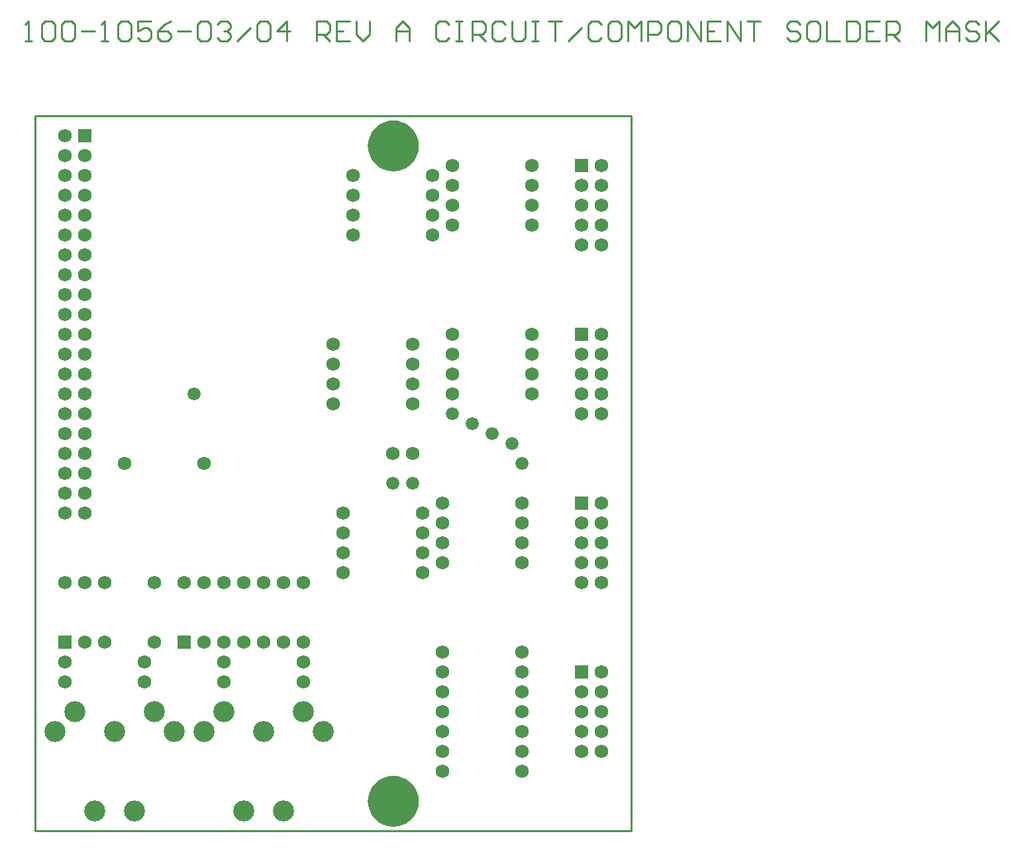
<source format=gbs>
*%FSLAX24Y24*%
*%MOIN*%
G01*
%ADD11C,0.0073*%
%ADD12C,0.0080*%
%ADD13C,0.0100*%
%ADD14C,0.0120*%
%ADD15C,0.0200*%
%ADD16C,0.0300*%
%ADD17C,0.0360*%
%ADD18C,0.0500*%
%ADD19C,0.0500*%
%ADD20C,0.0560*%
%ADD21C,0.0620*%
%ADD22C,0.0660*%
%ADD23C,0.0680*%
%ADD24C,0.0700*%
%ADD25C,0.1000*%
%ADD26C,0.1060*%
%ADD27C,0.1400*%
%ADD28C,0.1600*%
%ADD29C,0.2500*%
%ADD30C,0.2500*%
%ADD31R,0.0620X0.0620*%
%ADD32R,0.0680X0.0680*%
D13*
X75510Y99190D02*
X75843D01*
X75677D01*
Y100190D01*
X75678D01*
X75677D02*
X75510Y100023D01*
X76343D02*
X76510Y100190D01*
X76843D01*
X77010Y100023D01*
Y99357D01*
X76843Y99190D01*
X76510D01*
X76343Y99357D01*
Y100023D01*
X77343D02*
X77509Y100190D01*
X77843D01*
X78009Y100023D01*
Y99357D01*
X77843Y99190D01*
X77509D01*
X77343Y99357D01*
Y100023D01*
X78342Y99690D02*
X79009D01*
X79342Y99190D02*
X79675D01*
X79509D01*
Y100190D01*
X79510D01*
X79509D02*
X79342Y100023D01*
X80175D02*
X80342Y100190D01*
X80675D01*
X80842Y100023D01*
Y99357D01*
X80675Y99190D01*
X80342D01*
X80175Y99357D01*
Y100023D01*
X81175Y100190D02*
X81841D01*
X81175D02*
Y99690D01*
X81508Y99856D01*
X81675D01*
X81841Y99690D01*
Y99357D01*
X81675Y99190D01*
X81341D01*
X81175Y99357D01*
X82508Y100023D02*
X82841Y100190D01*
X82508Y100023D02*
X82175Y99690D01*
Y99357D01*
X82341Y99190D01*
X82674D01*
X82841Y99357D01*
Y99523D01*
X82674Y99690D01*
X82175D01*
X83174D02*
X83841D01*
X84174Y100023D02*
X84340Y100190D01*
X84674D01*
X84840Y100023D01*
Y99357D01*
X84674Y99190D01*
X84340D01*
X84174Y99357D01*
Y100023D01*
X85174D02*
X85340Y100190D01*
X85673D01*
X85840Y100023D01*
Y99856D01*
X85841D01*
X85840D02*
X85841D01*
X85840D02*
X85841D01*
X85840D02*
X85673Y99690D01*
X85507D01*
X85673D01*
X85840Y99523D01*
Y99357D01*
X85673Y99190D01*
X85340D01*
X85174Y99357D01*
X86173Y99190D02*
X86840Y99856D01*
X87173Y100023D02*
X87340Y100190D01*
X87673D01*
X87839Y100023D01*
Y99357D01*
X87673Y99190D01*
X87340D01*
X87173Y99357D01*
Y100023D01*
X88672Y100190D02*
Y99190D01*
X88173Y99690D02*
X88672Y100190D01*
X88839Y99690D02*
X88173D01*
X90172Y99190D02*
Y100190D01*
X90672D01*
X90838Y100023D01*
Y99690D01*
X90672Y99523D01*
X90172D01*
X90505D02*
X90838Y99190D01*
X91172Y100190D02*
X91838D01*
X91172D02*
Y99190D01*
X91838D01*
X91505Y99690D02*
X91172D01*
X92171Y99523D02*
Y100190D01*
Y99523D02*
X92505Y99190D01*
X92838Y99523D01*
Y100190D01*
X94171Y99856D02*
Y99190D01*
Y99856D02*
X94504Y100190D01*
X94837Y99856D01*
Y99190D01*
Y99690D01*
X94171D01*
X96670Y100190D02*
X96836Y100023D01*
X96670Y100190D02*
X96337D01*
X96170Y100023D01*
Y99357D01*
X96337Y99190D01*
X96670D01*
X96836Y99357D01*
X97170Y100190D02*
X97503D01*
X97336D01*
Y99190D01*
X97170D01*
X97503D01*
X98003D02*
Y100190D01*
X98503D01*
X98669Y100023D01*
Y99690D01*
X98503Y99523D01*
X98003D01*
X98336D02*
X98669Y99190D01*
X99669Y100023D02*
X99502Y100190D01*
X99169D01*
X99002Y100023D01*
Y99357D01*
X99169Y99190D01*
X99502D01*
X99669Y99357D01*
X100002D02*
Y100190D01*
Y99357D02*
X100169Y99190D01*
X100502D01*
X100669Y99357D01*
Y100190D01*
X101002D02*
X101335D01*
X101168D01*
Y99190D01*
X101002D01*
X101335D01*
X101835Y100190D02*
X102501D01*
X102168D01*
Y99190D01*
X102835D02*
X103501Y99856D01*
X104334Y100190D02*
X104501Y100023D01*
X104334Y100190D02*
X104001D01*
X103834Y100023D01*
Y99357D01*
X104001Y99190D01*
X104334D01*
X104501Y99357D01*
X105000Y100190D02*
X105334D01*
X105000D02*
X104834Y100023D01*
Y99357D01*
X105000Y99190D01*
X105334D01*
X105500Y99357D01*
Y100023D01*
X105334Y100190D01*
X105834D02*
Y99190D01*
X106167Y99856D02*
X105834Y100190D01*
X106167Y99856D02*
X106500Y100190D01*
Y99190D01*
X106833D02*
Y100190D01*
X107333D01*
X107500Y100023D01*
Y99690D01*
X107333Y99523D01*
X106833D01*
X108000Y100190D02*
X108333D01*
X108000D02*
X107833Y100023D01*
Y99357D01*
X108000Y99190D01*
X108333D01*
X108499Y99357D01*
Y100023D01*
X108333Y100190D01*
X108833D02*
Y99190D01*
X109499D02*
X108833Y100190D01*
X109499D02*
Y99190D01*
X109832Y100190D02*
X110499D01*
X109832D02*
Y99190D01*
X110499D01*
X110165Y99690D02*
X109832D01*
X110832Y99190D02*
Y100190D01*
X111498Y99190D01*
Y100190D01*
X111832D02*
X112498D01*
X112165D01*
Y99190D01*
X114331Y100190D02*
X114497Y100023D01*
X114331Y100190D02*
X113998D01*
X113831Y100023D01*
Y99856D01*
X113998Y99690D01*
X114331D01*
X114497Y99523D01*
Y99357D01*
X114331Y99190D01*
X113998D01*
X113831Y99357D01*
X114997Y100190D02*
X115330D01*
X114997D02*
X114831Y100023D01*
Y99357D01*
X114997Y99190D01*
X115330D01*
X115497Y99357D01*
Y100023D01*
X115330Y100190D01*
X115830D02*
Y99190D01*
X116497D01*
X116830D02*
Y100190D01*
Y99190D02*
X117330D01*
X117496Y99357D01*
Y100023D01*
X117330Y100190D01*
X116830D01*
X117830D02*
X118496D01*
X117830D02*
Y99190D01*
X118496D01*
X118163Y99690D02*
X117830D01*
X118829Y99190D02*
Y100190D01*
X119329D01*
X119496Y100023D01*
Y99690D01*
X119329Y99523D01*
X118829D01*
X119163D02*
X119496Y99190D01*
X120829D02*
Y100190D01*
X121162Y99856D01*
X121495Y100190D01*
Y99190D01*
X121828D02*
Y99856D01*
X122162Y100190D01*
X122495Y99856D01*
Y99190D01*
Y99690D01*
X121828D01*
X123328Y100190D02*
X123495Y100023D01*
X123328Y100190D02*
X122995D01*
X122828Y100023D01*
Y99856D01*
X122995Y99690D01*
X123328D01*
X123495Y99523D01*
Y99357D01*
X123328Y99190D01*
X122995D01*
X122828Y99357D01*
X123828Y99190D02*
Y100190D01*
Y99523D02*
Y99190D01*
Y99523D02*
X124494Y100190D01*
X123994Y99690D01*
X124494Y99190D01*
X106010Y95440D02*
X76010D01*
Y59440D02*
X106010D01*
X76010D02*
Y95440D01*
X106010D02*
Y59440D01*
D19*
X92980Y93940D02*
X92981D01*
X92980D02*
X92985Y93842D01*
X92999Y93745D01*
X93022Y93650D01*
X93054Y93557D01*
X93095Y93468D01*
X93144Y93383D01*
X93200Y93303D01*
X93265Y93229D01*
X93335Y93162D01*
X93413Y93101D01*
X93495Y93048D01*
X93582Y93003D01*
X93673Y92967D01*
X93767Y92939D01*
X93863Y92920D01*
X93961Y92911D01*
X94059D01*
X94157Y92920D01*
X94253Y92939D01*
X94347Y92967D01*
X94438Y93003D01*
X94525Y93048D01*
X94607Y93101D01*
X94685Y93162D01*
X94755Y93229D01*
X94820Y93303D01*
X94876Y93383D01*
X94925Y93468D01*
X94966Y93557D01*
X94998Y93650D01*
X95021Y93745D01*
X95035Y93842D01*
X95040Y93940D01*
X95041D01*
X95040D02*
X95035Y94038D01*
X95021Y94135D01*
X94998Y94230D01*
X94966Y94323D01*
X94925Y94412D01*
X94876Y94497D01*
X94820Y94577D01*
X94755Y94651D01*
X94685Y94718D01*
X94607Y94779D01*
X94525Y94832D01*
X94438Y94877D01*
X94347Y94913D01*
X94253Y94941D01*
X94157Y94960D01*
X94059Y94969D01*
X93961D01*
X93863Y94960D01*
X93767Y94941D01*
X93673Y94913D01*
X93582Y94877D01*
X93495Y94832D01*
X93413Y94779D01*
X93335Y94718D01*
X93265Y94651D01*
X93200Y94577D01*
X93144Y94497D01*
X93095Y94412D01*
X93054Y94323D01*
X93022Y94230D01*
X92999Y94135D01*
X92985Y94038D01*
X92980Y93940D01*
X93460D02*
X93461D01*
X93460D02*
X93466Y93858D01*
X93484Y93778D01*
X93514Y93701D01*
X93556Y93630D01*
X93607Y93566D01*
X93667Y93510D01*
X93735Y93464D01*
X93809Y93428D01*
X93888Y93404D01*
X93969Y93392D01*
X94051D01*
X94132Y93404D01*
X94211Y93428D01*
X94285Y93464D01*
X94353Y93510D01*
X94413Y93566D01*
X94464Y93630D01*
X94506Y93701D01*
X94536Y93778D01*
X94554Y93858D01*
X94560Y93940D01*
X94561D01*
X94560D02*
X94554Y94022D01*
X94536Y94102D01*
X94506Y94179D01*
X94464Y94250D01*
X94413Y94314D01*
X94353Y94370D01*
X94285Y94416D01*
X94211Y94452D01*
X94132Y94476D01*
X94051Y94488D01*
X93969D01*
X93888Y94476D01*
X93809Y94452D01*
X93735Y94416D01*
X93667Y94370D01*
X93607Y94314D01*
X93556Y94250D01*
X93514Y94179D01*
X93484Y94102D01*
X93466Y94022D01*
X93460Y93940D01*
X93940D02*
X93941D01*
X93940D02*
X93944Y93916D01*
X93956Y93895D01*
X93975Y93879D01*
X93998Y93871D01*
X94022D01*
X94045Y93879D01*
X94064Y93895D01*
X94076Y93916D01*
X94080Y93940D01*
X94081D01*
X94080D02*
X94076Y93964D01*
X94064Y93985D01*
X94045Y94001D01*
X94022Y94009D01*
X93998D01*
X93975Y94001D01*
X93956Y93985D01*
X93944Y93964D01*
X93940Y93940D01*
X92980Y60940D02*
X92981D01*
X92980D02*
X92985Y60842D01*
X92999Y60745D01*
X93022Y60650D01*
X93054Y60557D01*
X93095Y60468D01*
X93144Y60383D01*
X93200Y60303D01*
X93265Y60229D01*
X93335Y60162D01*
X93413Y60101D01*
X93495Y60048D01*
X93582Y60003D01*
X93673Y59967D01*
X93767Y59939D01*
X93863Y59920D01*
X93961Y59911D01*
X94059D01*
X94157Y59920D01*
X94253Y59939D01*
X94347Y59967D01*
X94438Y60003D01*
X94525Y60048D01*
X94607Y60101D01*
X94685Y60162D01*
X94755Y60229D01*
X94820Y60303D01*
X94876Y60383D01*
X94925Y60468D01*
X94966Y60557D01*
X94998Y60650D01*
X95021Y60745D01*
X95035Y60842D01*
X95040Y60940D01*
X95041D01*
X95040D02*
X95035Y61038D01*
X95021Y61135D01*
X94998Y61230D01*
X94966Y61323D01*
X94925Y61412D01*
X94876Y61497D01*
X94820Y61577D01*
X94755Y61651D01*
X94685Y61718D01*
X94607Y61779D01*
X94525Y61832D01*
X94438Y61877D01*
X94347Y61913D01*
X94253Y61941D01*
X94157Y61960D01*
X94059Y61969D01*
X93961D01*
X93863Y61960D01*
X93767Y61941D01*
X93673Y61913D01*
X93582Y61877D01*
X93495Y61832D01*
X93413Y61779D01*
X93335Y61718D01*
X93265Y61651D01*
X93200Y61577D01*
X93144Y61497D01*
X93095Y61412D01*
X93054Y61323D01*
X93022Y61230D01*
X92999Y61135D01*
X92985Y61038D01*
X92980Y60940D01*
X93460D02*
X93461D01*
X93460D02*
X93466Y60858D01*
X93484Y60778D01*
X93514Y60701D01*
X93556Y60630D01*
X93607Y60566D01*
X93667Y60510D01*
X93735Y60464D01*
X93809Y60428D01*
X93888Y60404D01*
X93969Y60392D01*
X94051D01*
X94132Y60404D01*
X94211Y60428D01*
X94285Y60464D01*
X94353Y60510D01*
X94413Y60566D01*
X94464Y60630D01*
X94506Y60701D01*
X94536Y60778D01*
X94554Y60858D01*
X94560Y60940D01*
X94561D01*
X94560D02*
X94554Y61022D01*
X94536Y61102D01*
X94506Y61179D01*
X94464Y61250D01*
X94413Y61314D01*
X94353Y61370D01*
X94285Y61416D01*
X94211Y61452D01*
X94132Y61476D01*
X94051Y61488D01*
X93969D01*
X93888Y61476D01*
X93809Y61452D01*
X93735Y61416D01*
X93667Y61370D01*
X93607Y61314D01*
X93556Y61250D01*
X93514Y61179D01*
X93484Y61102D01*
X93466Y61022D01*
X93460Y60940D01*
X93940D02*
X93941D01*
X93940D02*
X93944Y60916D01*
X93956Y60895D01*
X93975Y60879D01*
X93998Y60871D01*
X94022D01*
X94045Y60879D01*
X94064Y60895D01*
X94076Y60916D01*
X94080Y60940D01*
X94081D01*
X94080D02*
X94076Y60964D01*
X94064Y60985D01*
X94045Y61001D01*
X94022Y61009D01*
X93998D01*
X93975Y61001D01*
X93956Y60985D01*
X93944Y60964D01*
X93940Y60940D01*
D22*
X100510Y77940D02*
D03*
X100010Y78940D02*
D03*
X99010Y79440D02*
D03*
X98010Y79940D02*
D03*
X97010Y80440D02*
D03*
X94010Y76940D02*
D03*
X95010D02*
D03*
X84010Y81440D02*
D03*
D23*
X104510Y80440D02*
D03*
X103510D02*
D03*
X104510Y81440D02*
D03*
X103510D02*
D03*
X104510Y82440D02*
D03*
X103510D02*
D03*
X104510Y83440D02*
D03*
X103510D02*
D03*
X104510Y84440D02*
D03*
Y88940D02*
D03*
X103510D02*
D03*
X104510Y89940D02*
D03*
X103510D02*
D03*
X104510Y90940D02*
D03*
X103510D02*
D03*
X104510Y91940D02*
D03*
X103510D02*
D03*
X104510Y92940D02*
D03*
Y63440D02*
D03*
X103510D02*
D03*
X104510Y64440D02*
D03*
X103510D02*
D03*
X104510Y65440D02*
D03*
X103510D02*
D03*
X104510Y66440D02*
D03*
X103510D02*
D03*
X104510Y67440D02*
D03*
Y71940D02*
D03*
X103510D02*
D03*
X104510Y72940D02*
D03*
X103510D02*
D03*
X104510Y73940D02*
D03*
X103510D02*
D03*
X104510Y74940D02*
D03*
X103510D02*
D03*
X104510Y75940D02*
D03*
X95010Y83940D02*
D03*
X91010D02*
D03*
X95010Y82940D02*
D03*
X91010D02*
D03*
X95010Y81940D02*
D03*
X91010D02*
D03*
X95010Y80940D02*
D03*
X91010D02*
D03*
X96010Y92440D02*
D03*
X92010D02*
D03*
X96010Y90440D02*
D03*
X92010D02*
D03*
X96010Y89440D02*
D03*
X92010D02*
D03*
X101010Y92940D02*
D03*
X97010D02*
D03*
X101010Y82440D02*
D03*
X97010D02*
D03*
X101010Y83440D02*
D03*
X97010D02*
D03*
X101010Y84440D02*
D03*
X97010D02*
D03*
X101010Y81440D02*
D03*
X97010D02*
D03*
X101010Y91940D02*
D03*
X97010D02*
D03*
X101010Y90940D02*
D03*
X97010D02*
D03*
X101010Y89940D02*
D03*
X97010D02*
D03*
X96010Y91440D02*
D03*
X92010D02*
D03*
X82010Y68940D02*
D03*
Y71940D02*
D03*
X84510Y68940D02*
D03*
X86510D02*
D03*
X87510D02*
D03*
X88510D02*
D03*
X89510D02*
D03*
Y71940D02*
D03*
X88510D02*
D03*
X87510D02*
D03*
X86510D02*
D03*
X85510D02*
D03*
X84510D02*
D03*
X83510D02*
D03*
X85510Y68940D02*
D03*
X89510Y67940D02*
D03*
X85510D02*
D03*
Y66940D02*
D03*
X89510D02*
D03*
X95510Y75440D02*
D03*
X91510D02*
D03*
X95510Y74440D02*
D03*
X91510D02*
D03*
X95510Y73440D02*
D03*
X91510D02*
D03*
X95510Y72440D02*
D03*
X91510D02*
D03*
X100510Y68440D02*
D03*
X96510D02*
D03*
X100510Y67440D02*
D03*
X96510D02*
D03*
X100510Y72940D02*
D03*
X96510D02*
D03*
X100510Y73940D02*
D03*
X96510D02*
D03*
X100510Y74940D02*
D03*
X96510D02*
D03*
X100510Y75940D02*
D03*
X96510D02*
D03*
X100510Y65440D02*
D03*
X96510D02*
D03*
X100510Y66440D02*
D03*
X96510D02*
D03*
X95010Y78440D02*
D03*
X94010D02*
D03*
X100510Y64440D02*
D03*
X96510D02*
D03*
X100510Y63440D02*
D03*
X96510D02*
D03*
X100510Y62440D02*
D03*
X96510D02*
D03*
X77510Y75440D02*
D03*
X78510D02*
D03*
X77510Y76440D02*
D03*
X78510D02*
D03*
X77510Y77440D02*
D03*
X78510D02*
D03*
X77510Y78440D02*
D03*
X78510D02*
D03*
X77510Y79440D02*
D03*
X78510D02*
D03*
X77510Y80440D02*
D03*
X78510D02*
D03*
X77510Y81440D02*
D03*
X78510D02*
D03*
X77510Y82440D02*
D03*
X78510D02*
D03*
X77510Y83440D02*
D03*
X78510D02*
D03*
X77510Y84440D02*
D03*
X78510D02*
D03*
X77510Y85440D02*
D03*
X78510D02*
D03*
X77510Y86440D02*
D03*
X78510D02*
D03*
X77510Y87440D02*
D03*
X78510D02*
D03*
X77510Y88440D02*
D03*
X78510D02*
D03*
X77510Y89440D02*
D03*
X78510D02*
D03*
X77510Y90440D02*
D03*
X78510D02*
D03*
X77510Y91440D02*
D03*
X78510D02*
D03*
X77510Y92440D02*
D03*
X78510D02*
D03*
X77510Y93440D02*
D03*
X78510D02*
D03*
X77510Y94440D02*
D03*
X84510Y77940D02*
D03*
X80510D02*
D03*
X77510Y66940D02*
D03*
X81510D02*
D03*
Y67940D02*
D03*
X77510D02*
D03*
X79510Y68940D02*
D03*
Y71940D02*
D03*
X78510D02*
D03*
X77510D02*
D03*
X78510Y68940D02*
D03*
D26*
X87510Y64440D02*
D03*
X85510Y65440D02*
D03*
X89510D02*
D03*
X90510Y64440D02*
D03*
X84510D02*
D03*
X88510Y60440D02*
D03*
X86510D02*
D03*
X80010Y64440D02*
D03*
X78010Y65440D02*
D03*
X82010D02*
D03*
X83010Y64440D02*
D03*
X77010D02*
D03*
X81010Y60440D02*
D03*
X79010D02*
D03*
D32*
X103510Y84440D02*
D03*
Y92940D02*
D03*
Y67440D02*
D03*
Y75940D02*
D03*
X83510Y68940D02*
D03*
X78510Y94440D02*
D03*
X77510Y68940D02*
D03*
M02*

</source>
